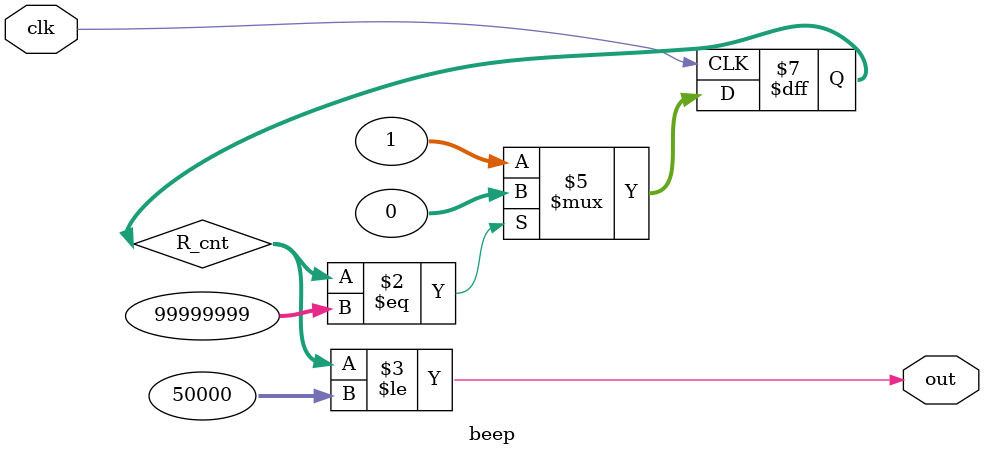
<source format=v>
module beep(out,clk);
output out;
input clk;




reg  [31:0]   R_cnt ;

 
    always @ (posedge clk) 
	 begin
       if (R_cnt == 32'd99999999) 
			begin
         R_cnt <= 32'd0;
         end
       else 
			begin
         R_cnt <= 32'd1;
         end
       end

		 assign out =   R_cnt <= 32'd50000 ;
		 
endmodule
</source>
